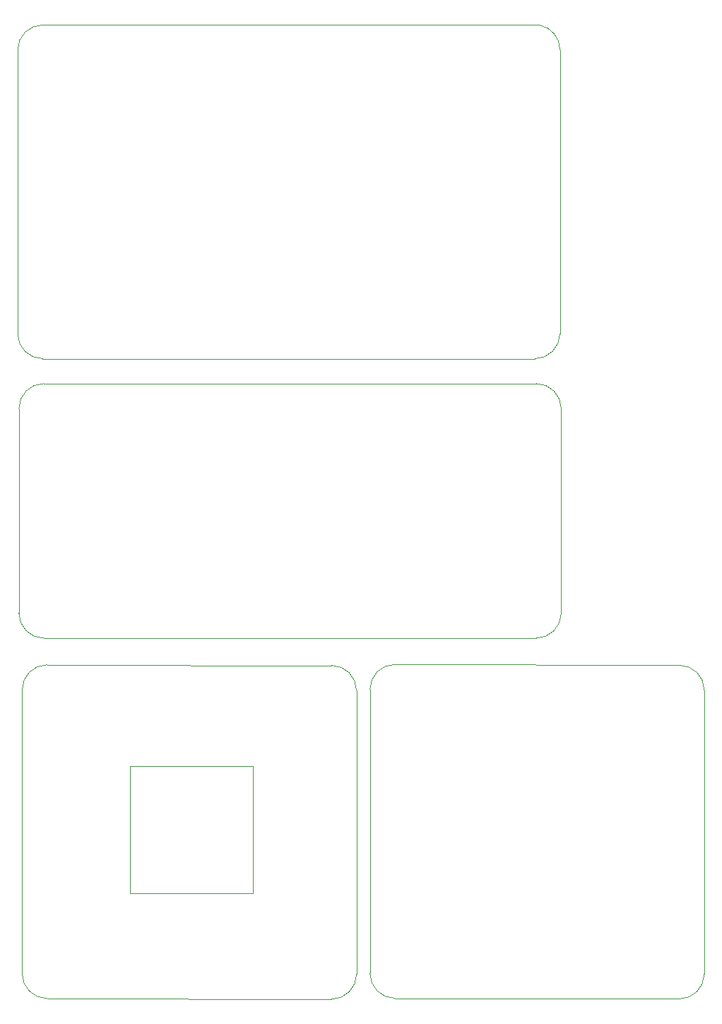
<source format=gm1>
G04 #@! TF.GenerationSoftware,KiCad,Pcbnew,7.0.11+dfsg-1build4*
G04 #@! TF.CreationDate,2025-02-09T17:53:47-07:00*
G04 #@! TF.ProjectId,iJet,694a6574-2e6b-4696-9361-645f70636258,rev?*
G04 #@! TF.SameCoordinates,Original*
G04 #@! TF.FileFunction,Profile,NP*
%FSLAX46Y46*%
G04 Gerber Fmt 4.6, Leading zero omitted, Abs format (unit mm)*
G04 Created by KiCad (PCBNEW 7.0.11+dfsg-1build4) date 2025-02-09 17:53:47*
%MOMM*%
%LPD*%
G01*
G04 APERTURE LIST*
G04 #@! TA.AperFunction,Profile*
%ADD10C,0.050000*%
G04 #@! TD*
G04 #@! TA.AperFunction,Profile*
%ADD11C,0.100000*%
G04 #@! TD*
G04 APERTURE END LIST*
D10*
X113462000Y-148768000D02*
X128194000Y-148768000D01*
X128194000Y-164008000D01*
X113462000Y-164008000D01*
X113462000Y-148768000D01*
D11*
X142220000Y-163632000D02*
X142220000Y-173126680D01*
X182304000Y-164153320D02*
X182304000Y-163721320D01*
X182294242Y-173702744D02*
X182304000Y-164153320D01*
X145220000Y-136632000D02*
G75*
G03*
X142220000Y-139632000I1J-3000001D01*
G01*
X142220000Y-173626680D02*
G75*
G03*
X145220000Y-176626680I3000001J1D01*
G01*
X142220000Y-173126680D02*
X142220000Y-173626680D01*
X178784000Y-176696000D02*
X145220000Y-176626680D01*
X179304000Y-136721320D02*
X145220000Y-136632000D01*
X179294242Y-176702744D02*
G75*
G03*
X182294242Y-173702744I-1J3000001D01*
G01*
X142220000Y-139632000D02*
X142220000Y-163632000D01*
X182304000Y-139721320D02*
G75*
G03*
X179304000Y-136721320I-3000001J-1D01*
G01*
X182304000Y-163721320D02*
X182304000Y-139721320D01*
X179294242Y-176702744D02*
X178784000Y-176696000D01*
X104052000Y-136677320D02*
X137616000Y-136746640D01*
X140616000Y-149741320D02*
X140616000Y-140246640D01*
X140616000Y-140246640D02*
X140616000Y-139746640D01*
X140616000Y-139746640D02*
G75*
G03*
X137616000Y-136746640I-3000001J-1D01*
G01*
X140616000Y-173741320D02*
X140616000Y-149741320D01*
X137616000Y-176741320D02*
G75*
G03*
X140616000Y-173741320I-1J3000001D01*
G01*
X100532000Y-173652000D02*
G75*
G03*
X103532000Y-176652000I3000001J1D01*
G01*
X103541758Y-136670576D02*
X104052000Y-136677320D01*
X100541758Y-139670576D02*
X100532000Y-149220000D01*
X103541758Y-136670576D02*
G75*
G03*
X100541758Y-139670576I1J-3000001D01*
G01*
X100532000Y-149652000D02*
X100532000Y-173652000D01*
X100532000Y-149220000D02*
X100532000Y-149652000D01*
X103532000Y-176652000D02*
X137616000Y-176741320D01*
X103149243Y-133483285D02*
X162149243Y-133483285D01*
X100000000Y-72568000D02*
X100000000Y-73000000D01*
X100009758Y-63018576D02*
X100000000Y-72568000D01*
X165000000Y-73000000D02*
X165000000Y-63505320D01*
X162149243Y-102983285D02*
X103149243Y-102983285D01*
X100149243Y-106483285D02*
X100149243Y-130483285D01*
X165149243Y-130483285D02*
X165149243Y-106483285D01*
X165149242Y-105983285D02*
G75*
G03*
X162149243Y-102983285I-3000001J-1D01*
G01*
X100149243Y-106483285D02*
X100149243Y-105983285D01*
X100149243Y-130483285D02*
G75*
G03*
X103149243Y-133483285I3000001J1D01*
G01*
X165149243Y-106483285D02*
X165149243Y-105983285D01*
X162149243Y-133483285D02*
G75*
G03*
X165149243Y-130483285I-1J3000001D01*
G01*
X103149243Y-102983285D02*
G75*
G03*
X100149243Y-105983285I1J-3000001D01*
G01*
X162520000Y-60025320D02*
X103048000Y-60018577D01*
X162000000Y-100000000D02*
G75*
G03*
X165000000Y-97000000I0J3000000D01*
G01*
X100000000Y-73000000D02*
X100000000Y-97000000D01*
X165000000Y-63505320D02*
X165000000Y-63005320D01*
X165000000Y-97000000D02*
X165000000Y-73000000D01*
X103048000Y-60018577D02*
G75*
G03*
X100009515Y-63018576I-38242J-2999999D01*
G01*
X100000000Y-97000000D02*
G75*
G03*
X103000000Y-100000000I3000000J0D01*
G01*
X103000000Y-100000000D02*
X162000000Y-100000000D01*
X165004402Y-63005320D02*
G75*
G03*
X162520000Y-60025322I-3029430J0D01*
G01*
M02*

</source>
